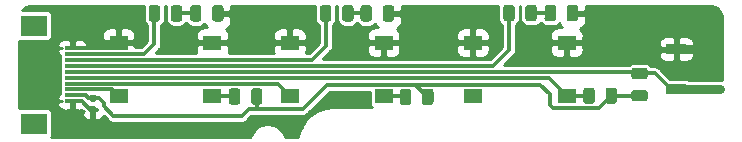
<source format=gbr>
%TF.GenerationSoftware,KiCad,Pcbnew,5.1.8+dfsg1-1~bpo10+1*%
%TF.CreationDate,2021-01-23T23:31:02+00:00*%
%TF.ProjectId,atlas_btn,61746c61-735f-4627-946e-2e6b69636164,rev?*%
%TF.SameCoordinates,Original*%
%TF.FileFunction,Copper,L4,Bot*%
%TF.FilePolarity,Positive*%
%FSLAX46Y46*%
G04 Gerber Fmt 4.6, Leading zero omitted, Abs format (unit mm)*
G04 Created by KiCad (PCBNEW 5.1.8+dfsg1-1~bpo10+1) date 2021-01-23 23:31:02*
%MOMM*%
%LPD*%
G01*
G04 APERTURE LIST*
%TA.AperFunction,SMDPad,CuDef*%
%ADD10R,1.550000X1.300000*%
%TD*%
%TA.AperFunction,SMDPad,CuDef*%
%ADD11R,1.700000X0.900000*%
%TD*%
%TA.AperFunction,SMDPad,CuDef*%
%ADD12R,2.200000X1.800000*%
%TD*%
%TA.AperFunction,SMDPad,CuDef*%
%ADD13R,1.300000X0.300000*%
%TD*%
%TA.AperFunction,Conductor*%
%ADD14C,0.349000*%
%TD*%
%TA.AperFunction,Conductor*%
%ADD15C,0.750000*%
%TD*%
%TA.AperFunction,Conductor*%
%ADD16C,0.254000*%
%TD*%
%TA.AperFunction,Conductor*%
%ADD17C,0.100000*%
%TD*%
G04 APERTURE END LIST*
%TO.P,R40,2*%
%TO.N,/SW_L_EXT*%
%TA.AperFunction,SMDPad,CuDef*%
G36*
G01*
X131770000Y-106623750D02*
X131770000Y-107536250D01*
G75*
G02*
X131526250Y-107780000I-243750J0D01*
G01*
X131038750Y-107780000D01*
G75*
G02*
X130795000Y-107536250I0J243750D01*
G01*
X130795000Y-106623750D01*
G75*
G02*
X131038750Y-106380000I243750J0D01*
G01*
X131526250Y-106380000D01*
G75*
G02*
X131770000Y-106623750I0J-243750D01*
G01*
G37*
%TD.AperFunction*%
%TO.P,R40,1*%
%TO.N,/VCC_3V3_EXT*%
%TA.AperFunction,SMDPad,CuDef*%
G36*
G01*
X133645000Y-106623750D02*
X133645000Y-107536250D01*
G75*
G02*
X133401250Y-107780000I-243750J0D01*
G01*
X132913750Y-107780000D01*
G75*
G02*
X132670000Y-107536250I0J243750D01*
G01*
X132670000Y-106623750D01*
G75*
G02*
X132913750Y-106380000I243750J0D01*
G01*
X133401250Y-106380000D01*
G75*
G02*
X133645000Y-106623750I0J-243750D01*
G01*
G37*
%TD.AperFunction*%
%TD*%
%TO.P,R50,2*%
%TO.N,/SW_PWR_EXT*%
%TA.AperFunction,SMDPad,CuDef*%
G36*
G01*
X166026250Y-105620000D02*
X165113750Y-105620000D01*
G75*
G02*
X164870000Y-105376250I0J243750D01*
G01*
X164870000Y-104888750D01*
G75*
G02*
X165113750Y-104645000I243750J0D01*
G01*
X166026250Y-104645000D01*
G75*
G02*
X166270000Y-104888750I0J-243750D01*
G01*
X166270000Y-105376250D01*
G75*
G02*
X166026250Y-105620000I-243750J0D01*
G01*
G37*
%TD.AperFunction*%
%TO.P,R50,1*%
%TO.N,/VCC_3V3_EXT*%
%TA.AperFunction,SMDPad,CuDef*%
G36*
G01*
X166026250Y-107495000D02*
X165113750Y-107495000D01*
G75*
G02*
X164870000Y-107251250I0J243750D01*
G01*
X164870000Y-106763750D01*
G75*
G02*
X165113750Y-106520000I243750J0D01*
G01*
X166026250Y-106520000D01*
G75*
G02*
X166270000Y-106763750I0J-243750D01*
G01*
X166270000Y-107251250D01*
G75*
G02*
X166026250Y-107495000I-243750J0D01*
G01*
G37*
%TD.AperFunction*%
%TD*%
%TO.P,R48,2*%
%TO.N,/SW_R_EXT*%
%TA.AperFunction,SMDPad,CuDef*%
G36*
G01*
X161795000Y-106563750D02*
X161795000Y-107476250D01*
G75*
G02*
X161551250Y-107720000I-243750J0D01*
G01*
X161063750Y-107720000D01*
G75*
G02*
X160820000Y-107476250I0J243750D01*
G01*
X160820000Y-106563750D01*
G75*
G02*
X161063750Y-106320000I243750J0D01*
G01*
X161551250Y-106320000D01*
G75*
G02*
X161795000Y-106563750I0J-243750D01*
G01*
G37*
%TD.AperFunction*%
%TO.P,R48,1*%
%TO.N,/VCC_3V3_EXT*%
%TA.AperFunction,SMDPad,CuDef*%
G36*
G01*
X163670000Y-106563750D02*
X163670000Y-107476250D01*
G75*
G02*
X163426250Y-107720000I-243750J0D01*
G01*
X162938750Y-107720000D01*
G75*
G02*
X162695000Y-107476250I0J243750D01*
G01*
X162695000Y-106563750D01*
G75*
G02*
X162938750Y-106320000I243750J0D01*
G01*
X163426250Y-106320000D01*
G75*
G02*
X163670000Y-106563750I0J-243750D01*
G01*
G37*
%TD.AperFunction*%
%TD*%
%TO.P,R45,2*%
%TO.N,/SW_0_EXT*%
%TA.AperFunction,SMDPad,CuDef*%
G36*
G01*
X146257500Y-106663750D02*
X146257500Y-107576250D01*
G75*
G02*
X146013750Y-107820000I-243750J0D01*
G01*
X145526250Y-107820000D01*
G75*
G02*
X145282500Y-107576250I0J243750D01*
G01*
X145282500Y-106663750D01*
G75*
G02*
X145526250Y-106420000I243750J0D01*
G01*
X146013750Y-106420000D01*
G75*
G02*
X146257500Y-106663750I0J-243750D01*
G01*
G37*
%TD.AperFunction*%
%TO.P,R45,1*%
%TO.N,/VCC_3V3_EXT*%
%TA.AperFunction,SMDPad,CuDef*%
G36*
G01*
X148132500Y-106663750D02*
X148132500Y-107576250D01*
G75*
G02*
X147888750Y-107820000I-243750J0D01*
G01*
X147401250Y-107820000D01*
G75*
G02*
X147157500Y-107576250I0J243750D01*
G01*
X147157500Y-106663750D01*
G75*
G02*
X147401250Y-106420000I243750J0D01*
G01*
X147888750Y-106420000D01*
G75*
G02*
X148132500Y-106663750I0J-243750D01*
G01*
G37*
%TD.AperFunction*%
%TD*%
%TO.P,R19,2*%
%TO.N,Net-(D10-Pad2)*%
%TA.AperFunction,SMDPad,CuDef*%
G36*
G01*
X155905000Y-100476250D02*
X155905000Y-99563750D01*
G75*
G02*
X156148750Y-99320000I243750J0D01*
G01*
X156636250Y-99320000D01*
G75*
G02*
X156880000Y-99563750I0J-243750D01*
G01*
X156880000Y-100476250D01*
G75*
G02*
X156636250Y-100720000I-243750J0D01*
G01*
X156148750Y-100720000D01*
G75*
G02*
X155905000Y-100476250I0J243750D01*
G01*
G37*
%TD.AperFunction*%
%TO.P,R19,1*%
%TO.N,/STM_STATUS_R_EXT*%
%TA.AperFunction,SMDPad,CuDef*%
G36*
G01*
X154030000Y-100476250D02*
X154030000Y-99563750D01*
G75*
G02*
X154273750Y-99320000I243750J0D01*
G01*
X154761250Y-99320000D01*
G75*
G02*
X155005000Y-99563750I0J-243750D01*
G01*
X155005000Y-100476250D01*
G75*
G02*
X154761250Y-100720000I-243750J0D01*
G01*
X154273750Y-100720000D01*
G75*
G02*
X154030000Y-100476250I0J243750D01*
G01*
G37*
%TD.AperFunction*%
%TD*%
%TO.P,R18,2*%
%TO.N,Net-(D9-Pad2)*%
%TA.AperFunction,SMDPad,CuDef*%
G36*
G01*
X140387500Y-100496250D02*
X140387500Y-99583750D01*
G75*
G02*
X140631250Y-99340000I243750J0D01*
G01*
X141118750Y-99340000D01*
G75*
G02*
X141362500Y-99583750I0J-243750D01*
G01*
X141362500Y-100496250D01*
G75*
G02*
X141118750Y-100740000I-243750J0D01*
G01*
X140631250Y-100740000D01*
G75*
G02*
X140387500Y-100496250I0J243750D01*
G01*
G37*
%TD.AperFunction*%
%TO.P,R18,1*%
%TO.N,/STM_STATUS_0_EXT*%
%TA.AperFunction,SMDPad,CuDef*%
G36*
G01*
X138512500Y-100496250D02*
X138512500Y-99583750D01*
G75*
G02*
X138756250Y-99340000I243750J0D01*
G01*
X139243750Y-99340000D01*
G75*
G02*
X139487500Y-99583750I0J-243750D01*
G01*
X139487500Y-100496250D01*
G75*
G02*
X139243750Y-100740000I-243750J0D01*
G01*
X138756250Y-100740000D01*
G75*
G02*
X138512500Y-100496250I0J243750D01*
G01*
G37*
%TD.AperFunction*%
%TD*%
%TO.P,R11,2*%
%TO.N,Net-(D8-Pad2)*%
%TA.AperFunction,SMDPad,CuDef*%
G36*
G01*
X125885000Y-100496250D02*
X125885000Y-99583750D01*
G75*
G02*
X126128750Y-99340000I243750J0D01*
G01*
X126616250Y-99340000D01*
G75*
G02*
X126860000Y-99583750I0J-243750D01*
G01*
X126860000Y-100496250D01*
G75*
G02*
X126616250Y-100740000I-243750J0D01*
G01*
X126128750Y-100740000D01*
G75*
G02*
X125885000Y-100496250I0J243750D01*
G01*
G37*
%TD.AperFunction*%
%TO.P,R11,1*%
%TO.N,/STM_STATUS_L_EXT*%
%TA.AperFunction,SMDPad,CuDef*%
G36*
G01*
X124010000Y-100496250D02*
X124010000Y-99583750D01*
G75*
G02*
X124253750Y-99340000I243750J0D01*
G01*
X124741250Y-99340000D01*
G75*
G02*
X124985000Y-99583750I0J-243750D01*
G01*
X124985000Y-100496250D01*
G75*
G02*
X124741250Y-100740000I-243750J0D01*
G01*
X124253750Y-100740000D01*
G75*
G02*
X124010000Y-100496250I0J243750D01*
G01*
G37*
%TD.AperFunction*%
%TD*%
D10*
%TO.P,SW2,1*%
%TO.N,/SW_0_EXT*%
X135970000Y-107020000D03*
X143920000Y-107020000D03*
%TO.P,SW2,2*%
%TO.N,GND*%
X135970000Y-102520000D03*
X143920000Y-102520000D03*
%TD*%
D11*
%TO.P,SW5,2*%
%TO.N,GND*%
X168695000Y-103070000D03*
%TO.P,SW5,1*%
%TO.N,/SW_PWR_EXT*%
X168695000Y-106470000D03*
%TD*%
D10*
%TO.P,SW4,2*%
%TO.N,GND*%
X159420000Y-102520000D03*
X151470000Y-102520000D03*
%TO.P,SW4,1*%
%TO.N,/SW_R_EXT*%
X159420000Y-107020000D03*
X151470000Y-107020000D03*
%TD*%
%TO.P,SW1,2*%
%TO.N,GND*%
X129420000Y-102520000D03*
X121470000Y-102520000D03*
%TO.P,SW1,1*%
%TO.N,/SW_L_EXT*%
X129420000Y-107020000D03*
X121470000Y-107020000D03*
%TD*%
D12*
%TO.P,J12,MP*%
%TO.N,N/C*%
X114300000Y-101080000D03*
X114300000Y-109380000D03*
D13*
%TO.P,J12,1*%
%TO.N,GND*%
X117550000Y-107480000D03*
%TO.P,J12,2*%
%TO.N,/VCC_3V3_EXT*%
X117550000Y-106980000D03*
%TO.P,J12,3*%
%TO.N,/SW_L_EXT*%
X117550000Y-106480000D03*
%TO.P,J12,4*%
%TO.N,/SW_0_EXT*%
X117550000Y-105980000D03*
%TO.P,J12,5*%
%TO.N,/SW_R_EXT*%
X117550000Y-105480000D03*
%TO.P,J12,6*%
%TO.N,/SW_PWR_EXT*%
X117550000Y-104980000D03*
%TO.P,J12,7*%
%TO.N,/STM_STATUS_R_EXT*%
X117550000Y-104480000D03*
%TO.P,J12,8*%
%TO.N,/STM_STATUS_0_EXT*%
X117550000Y-103980000D03*
%TO.P,J12,9*%
%TO.N,/STM_STATUS_L_EXT*%
X117550000Y-103480000D03*
%TO.P,J12,10*%
%TO.N,GND*%
X117550000Y-102980000D03*
%TD*%
%TO.P,C17,2*%
%TO.N,/VCC_3V3_EXT*%
%TA.AperFunction,SMDPad,CuDef*%
G36*
G01*
X119472500Y-107510000D02*
X119127500Y-107510000D01*
G75*
G02*
X118980000Y-107362500I0J147500D01*
G01*
X118980000Y-107067500D01*
G75*
G02*
X119127500Y-106920000I147500J0D01*
G01*
X119472500Y-106920000D01*
G75*
G02*
X119620000Y-107067500I0J-147500D01*
G01*
X119620000Y-107362500D01*
G75*
G02*
X119472500Y-107510000I-147500J0D01*
G01*
G37*
%TD.AperFunction*%
%TO.P,C17,1*%
%TO.N,GND*%
%TA.AperFunction,SMDPad,CuDef*%
G36*
G01*
X119472500Y-108480000D02*
X119127500Y-108480000D01*
G75*
G02*
X118980000Y-108332500I0J147500D01*
G01*
X118980000Y-108037500D01*
G75*
G02*
X119127500Y-107890000I147500J0D01*
G01*
X119472500Y-107890000D01*
G75*
G02*
X119620000Y-108037500I0J-147500D01*
G01*
X119620000Y-108332500D01*
G75*
G02*
X119472500Y-108480000I-147500J0D01*
G01*
G37*
%TD.AperFunction*%
%TD*%
%TO.P,D10,2*%
%TO.N,Net-(D10-Pad2)*%
%TA.AperFunction,SMDPad,CuDef*%
G36*
G01*
X158505000Y-99563750D02*
X158505000Y-100476250D01*
G75*
G02*
X158261250Y-100720000I-243750J0D01*
G01*
X157773750Y-100720000D01*
G75*
G02*
X157530000Y-100476250I0J243750D01*
G01*
X157530000Y-99563750D01*
G75*
G02*
X157773750Y-99320000I243750J0D01*
G01*
X158261250Y-99320000D01*
G75*
G02*
X158505000Y-99563750I0J-243750D01*
G01*
G37*
%TD.AperFunction*%
%TO.P,D10,1*%
%TO.N,GND*%
%TA.AperFunction,SMDPad,CuDef*%
G36*
G01*
X160380000Y-99563750D02*
X160380000Y-100476250D01*
G75*
G02*
X160136250Y-100720000I-243750J0D01*
G01*
X159648750Y-100720000D01*
G75*
G02*
X159405000Y-100476250I0J243750D01*
G01*
X159405000Y-99563750D01*
G75*
G02*
X159648750Y-99320000I243750J0D01*
G01*
X160136250Y-99320000D01*
G75*
G02*
X160380000Y-99563750I0J-243750D01*
G01*
G37*
%TD.AperFunction*%
%TD*%
%TO.P,D9,2*%
%TO.N,Net-(D9-Pad2)*%
%TA.AperFunction,SMDPad,CuDef*%
G36*
G01*
X142925000Y-99583750D02*
X142925000Y-100496250D01*
G75*
G02*
X142681250Y-100740000I-243750J0D01*
G01*
X142193750Y-100740000D01*
G75*
G02*
X141950000Y-100496250I0J243750D01*
G01*
X141950000Y-99583750D01*
G75*
G02*
X142193750Y-99340000I243750J0D01*
G01*
X142681250Y-99340000D01*
G75*
G02*
X142925000Y-99583750I0J-243750D01*
G01*
G37*
%TD.AperFunction*%
%TO.P,D9,1*%
%TO.N,GND*%
%TA.AperFunction,SMDPad,CuDef*%
G36*
G01*
X144800000Y-99583750D02*
X144800000Y-100496250D01*
G75*
G02*
X144556250Y-100740000I-243750J0D01*
G01*
X144068750Y-100740000D01*
G75*
G02*
X143825000Y-100496250I0J243750D01*
G01*
X143825000Y-99583750D01*
G75*
G02*
X144068750Y-99340000I243750J0D01*
G01*
X144556250Y-99340000D01*
G75*
G02*
X144800000Y-99583750I0J-243750D01*
G01*
G37*
%TD.AperFunction*%
%TD*%
%TO.P,D8,2*%
%TO.N,Net-(D8-Pad2)*%
%TA.AperFunction,SMDPad,CuDef*%
G36*
G01*
X128485000Y-99583750D02*
X128485000Y-100496250D01*
G75*
G02*
X128241250Y-100740000I-243750J0D01*
G01*
X127753750Y-100740000D01*
G75*
G02*
X127510000Y-100496250I0J243750D01*
G01*
X127510000Y-99583750D01*
G75*
G02*
X127753750Y-99340000I243750J0D01*
G01*
X128241250Y-99340000D01*
G75*
G02*
X128485000Y-99583750I0J-243750D01*
G01*
G37*
%TD.AperFunction*%
%TO.P,D8,1*%
%TO.N,GND*%
%TA.AperFunction,SMDPad,CuDef*%
G36*
G01*
X130360000Y-99583750D02*
X130360000Y-100496250D01*
G75*
G02*
X130116250Y-100740000I-243750J0D01*
G01*
X129628750Y-100740000D01*
G75*
G02*
X129385000Y-100496250I0J243750D01*
G01*
X129385000Y-99583750D01*
G75*
G02*
X129628750Y-99340000I243750J0D01*
G01*
X130116250Y-99340000D01*
G75*
G02*
X130360000Y-99583750I0J-243750D01*
G01*
G37*
%TD.AperFunction*%
%TD*%
D14*
%TO.N,GND*%
X129420000Y-102520000D02*
X135970000Y-102520000D01*
X143920000Y-102520000D02*
X151470000Y-102520000D01*
X121105000Y-102885000D02*
X121470000Y-102520000D01*
X121010000Y-102980000D02*
X121470000Y-102520000D01*
X117150000Y-102980000D02*
X121010000Y-102980000D01*
X117150000Y-107480000D02*
X117870000Y-107480000D01*
D15*
X168720000Y-103070000D02*
X172300000Y-103070000D01*
D14*
X119085000Y-108185000D02*
X119600000Y-108185000D01*
X117550000Y-107480000D02*
X118380000Y-107480000D01*
X118380000Y-107480000D02*
X119085000Y-108185000D01*
%TO.N,/VCC_3V3_EXT*%
X117150000Y-106980000D02*
X118565000Y-106980000D01*
X118915000Y-107215000D02*
X118680000Y-106980000D01*
X119600000Y-107215000D02*
X118915000Y-107215000D01*
X117550000Y-106980000D02*
X118680000Y-106980000D01*
X119300000Y-107215000D02*
X119815000Y-107215000D01*
X119815000Y-107215000D02*
X120200000Y-107600000D01*
X120200000Y-107600000D02*
X120200000Y-107900000D01*
X120200000Y-107900000D02*
X121000000Y-108700000D01*
X121000000Y-108700000D02*
X131900000Y-108700000D01*
X133157500Y-107442500D02*
X133157500Y-107080000D01*
X134800000Y-108100000D02*
X137100000Y-108100000D01*
X146593499Y-106068499D02*
X147645000Y-107120000D01*
X137100000Y-108100000D02*
X139131501Y-106068499D01*
X139131501Y-106068499D02*
X146368499Y-106068499D01*
X146368499Y-106068499D02*
X146593499Y-106068499D01*
X158221510Y-108021510D02*
X162180990Y-108021510D01*
X158000000Y-106900000D02*
X158000000Y-107800000D01*
X162180990Y-108021510D02*
X163182500Y-107020000D01*
X158000000Y-107800000D02*
X158221510Y-108021510D01*
X157168499Y-106068499D02*
X158000000Y-106900000D01*
X146368499Y-106068499D02*
X157168499Y-106068499D01*
X165557500Y-107020000D02*
X165570000Y-107007500D01*
X163182500Y-107020000D02*
X165557500Y-107020000D01*
X132500000Y-108100000D02*
X132300000Y-108300000D01*
X131900000Y-108700000D02*
X132300000Y-108300000D01*
X133157500Y-108057500D02*
X133200000Y-108100000D01*
X133157500Y-107080000D02*
X133157500Y-108057500D01*
X134800000Y-108100000D02*
X133200000Y-108100000D01*
X133200000Y-108100000D02*
X132500000Y-108100000D01*
%TO.N,/STM_STATUS_L_EXT*%
X124497500Y-102632500D02*
X124497500Y-100040000D01*
X117150000Y-103480000D02*
X123650000Y-103480000D01*
X123650000Y-103480000D02*
X124497500Y-102632500D01*
%TO.N,/STM_STATUS_0_EXT*%
X139000000Y-102820000D02*
X139000000Y-100040000D01*
X137840000Y-103980000D02*
X138765000Y-103055000D01*
X117150000Y-103980000D02*
X137840000Y-103980000D01*
X137872488Y-103947512D02*
X138765000Y-103055000D01*
X138765000Y-103055000D02*
X139000000Y-102820000D01*
%TO.N,/STM_STATUS_R_EXT*%
X117150000Y-104480000D02*
X153160000Y-104480000D01*
X154517500Y-103122500D02*
X154517500Y-100020000D01*
X153160000Y-104480000D02*
X154517500Y-103122500D01*
%TO.N,/SW_L_EXT*%
X131222500Y-107020000D02*
X131282500Y-107080000D01*
X129420000Y-107020000D02*
X131222500Y-107020000D01*
X120930000Y-106480000D02*
X121470000Y-107020000D01*
X117150000Y-106480000D02*
X120930000Y-106480000D01*
%TO.N,/SW_0_EXT*%
X134930000Y-105980000D02*
X135970000Y-107020000D01*
X117150000Y-105980000D02*
X134930000Y-105980000D01*
X145670000Y-107020000D02*
X145770000Y-107120000D01*
X143920000Y-107020000D02*
X145670000Y-107020000D01*
%TO.N,/SW_R_EXT*%
X159420000Y-107020000D02*
X161307500Y-107020000D01*
X157880000Y-105480000D02*
X159420000Y-107020000D01*
X149680000Y-105480000D02*
X157880000Y-105480000D01*
X117150000Y-105480000D02*
X149680000Y-105480000D01*
X149680000Y-105480000D02*
X149930000Y-105480000D01*
%TO.N,/SW_PWR_EXT*%
X165417500Y-104980000D02*
X165570000Y-105132500D01*
X117150000Y-104980000D02*
X165417500Y-104980000D01*
X165570000Y-105132500D02*
X166862500Y-105132500D01*
X168200000Y-106470000D02*
X168695000Y-106470000D01*
X166862500Y-105132500D02*
X168200000Y-106470000D01*
D15*
X168700000Y-106470000D02*
X172370000Y-106470000D01*
D14*
%TO.N,Net-(D8-Pad2)*%
X126372500Y-100040000D02*
X127997500Y-100040000D01*
%TO.N,Net-(D9-Pad2)*%
X140875000Y-100040000D02*
X142437500Y-100040000D01*
%TO.N,Net-(D10-Pad2)*%
X156392500Y-100020000D02*
X158017500Y-100020000D01*
%TD*%
D16*
%TO.N,GND*%
X123593862Y-99452490D02*
X123580934Y-99583750D01*
X123580934Y-100496250D01*
X123593862Y-100627510D01*
X123632149Y-100753726D01*
X123694324Y-100870047D01*
X123777997Y-100972003D01*
X123879953Y-101055676D01*
X123896001Y-101064254D01*
X123896000Y-102383350D01*
X123400851Y-102878500D01*
X122880614Y-102878500D01*
X122880000Y-102805750D01*
X122721250Y-102647000D01*
X121597000Y-102647000D01*
X121597000Y-102667000D01*
X121343000Y-102667000D01*
X121343000Y-102647000D01*
X120218750Y-102647000D01*
X120060000Y-102805750D01*
X120059386Y-102878500D01*
X118835000Y-102878500D01*
X118835000Y-102852998D01*
X118780252Y-102852998D01*
X118835000Y-102798250D01*
X118823685Y-102695268D01*
X118785416Y-102576182D01*
X118724650Y-102466850D01*
X118643722Y-102371474D01*
X118545742Y-102293718D01*
X118434475Y-102236572D01*
X118314198Y-102202230D01*
X118189532Y-102192014D01*
X117835750Y-102195000D01*
X117677000Y-102353750D01*
X117677000Y-102878500D01*
X117423000Y-102878500D01*
X117423000Y-102353750D01*
X117264250Y-102195000D01*
X116910468Y-102192014D01*
X116785802Y-102202230D01*
X116665525Y-102236572D01*
X116554258Y-102293718D01*
X116456278Y-102371474D01*
X116375350Y-102466850D01*
X116314584Y-102576182D01*
X116276315Y-102695268D01*
X116265000Y-102798250D01*
X116423750Y-102957000D01*
X116692016Y-102957000D01*
X116661624Y-102973245D01*
X116625368Y-103003000D01*
X116423750Y-103003000D01*
X116265000Y-103161750D01*
X116276315Y-103264732D01*
X116314584Y-103383818D01*
X116375350Y-103493150D01*
X116456278Y-103588526D01*
X116470934Y-103600157D01*
X116470934Y-103630000D01*
X116479178Y-103713707D01*
X116484121Y-103730000D01*
X116479178Y-103746293D01*
X116470934Y-103830000D01*
X116470934Y-104130000D01*
X116479178Y-104213707D01*
X116484121Y-104230000D01*
X116479178Y-104246293D01*
X116470934Y-104330000D01*
X116470934Y-104630000D01*
X116479178Y-104713707D01*
X116484121Y-104730000D01*
X116479178Y-104746293D01*
X116470934Y-104830000D01*
X116470934Y-105130000D01*
X116479178Y-105213707D01*
X116484121Y-105230000D01*
X116479178Y-105246293D01*
X116470934Y-105330000D01*
X116470934Y-105630000D01*
X116479178Y-105713707D01*
X116484121Y-105730000D01*
X116479178Y-105746293D01*
X116470934Y-105830000D01*
X116470934Y-106130000D01*
X116479178Y-106213707D01*
X116484121Y-106230000D01*
X116479178Y-106246293D01*
X116470934Y-106330000D01*
X116470934Y-106630000D01*
X116479178Y-106713707D01*
X116484121Y-106730000D01*
X116479178Y-106746293D01*
X116470934Y-106830000D01*
X116470934Y-106859843D01*
X116456278Y-106871474D01*
X116375350Y-106966850D01*
X116314584Y-107076182D01*
X116276315Y-107195268D01*
X116265000Y-107298250D01*
X116423750Y-107457000D01*
X116625368Y-107457000D01*
X116661624Y-107486755D01*
X116692016Y-107503000D01*
X116423750Y-107503000D01*
X116265000Y-107661750D01*
X116276315Y-107764732D01*
X116314584Y-107883818D01*
X116375350Y-107993150D01*
X116456278Y-108088526D01*
X116554258Y-108166282D01*
X116665525Y-108223428D01*
X116785802Y-108257770D01*
X116910468Y-108267986D01*
X117264250Y-108265000D01*
X117423000Y-108106250D01*
X117423000Y-107581500D01*
X117677000Y-107581500D01*
X117677000Y-108106250D01*
X117835750Y-108265000D01*
X118189532Y-108267986D01*
X118314198Y-108257770D01*
X118345000Y-108248975D01*
X118345000Y-108312002D01*
X118503748Y-108312002D01*
X118345000Y-108470750D01*
X118341928Y-108480000D01*
X118354188Y-108604482D01*
X118390498Y-108724180D01*
X118449463Y-108834494D01*
X118528815Y-108931185D01*
X118625506Y-109010537D01*
X118735820Y-109069502D01*
X118855518Y-109105812D01*
X118980000Y-109118072D01*
X119014250Y-109115000D01*
X119173000Y-108956250D01*
X119173000Y-108312000D01*
X119153000Y-108312000D01*
X119153000Y-108058000D01*
X119173000Y-108058000D01*
X119173000Y-108038000D01*
X119427000Y-108038000D01*
X119427000Y-108058000D01*
X119447000Y-108058000D01*
X119447000Y-108312000D01*
X119427000Y-108312000D01*
X119427000Y-108956250D01*
X119585750Y-109115000D01*
X119620000Y-109118072D01*
X119744482Y-109105812D01*
X119864180Y-109069502D01*
X119974494Y-109010537D01*
X120071185Y-108931185D01*
X120150537Y-108834494D01*
X120196972Y-108747622D01*
X120553788Y-109104438D01*
X120572618Y-109127382D01*
X120595562Y-109146212D01*
X120595566Y-109146216D01*
X120613465Y-109160905D01*
X120664208Y-109202549D01*
X120768702Y-109258402D01*
X120882085Y-109292796D01*
X120970455Y-109301500D01*
X120970463Y-109301500D01*
X121000000Y-109304409D01*
X121029537Y-109301500D01*
X131870463Y-109301500D01*
X131900000Y-109304409D01*
X131929537Y-109301500D01*
X131929545Y-109301500D01*
X132017915Y-109292796D01*
X132131298Y-109258402D01*
X132235792Y-109202549D01*
X132327382Y-109127382D01*
X132346217Y-109104432D01*
X132704428Y-108746220D01*
X132704433Y-108746216D01*
X132749149Y-108701500D01*
X133170462Y-108701500D01*
X133199999Y-108704409D01*
X133229536Y-108701500D01*
X137070463Y-108701500D01*
X137100000Y-108704409D01*
X137129537Y-108701500D01*
X137129545Y-108701500D01*
X137217915Y-108692796D01*
X137331298Y-108658402D01*
X137435792Y-108602549D01*
X137527382Y-108527382D01*
X137546216Y-108504433D01*
X139380651Y-106669999D01*
X142715934Y-106669999D01*
X142715934Y-107670000D01*
X142724178Y-107753707D01*
X142748595Y-107834196D01*
X142788245Y-107908376D01*
X142841605Y-107973395D01*
X142883294Y-108007609D01*
X139646822Y-108007625D01*
X139580417Y-108007192D01*
X139558511Y-108009196D01*
X139536505Y-108009042D01*
X139530224Y-108009658D01*
X139042871Y-108060881D01*
X139002740Y-108069119D01*
X138962500Y-108076795D01*
X138956458Y-108078619D01*
X138488335Y-108223527D01*
X138450553Y-108239409D01*
X138412585Y-108254749D01*
X138407022Y-108257707D01*
X138407013Y-108257711D01*
X138407006Y-108257716D01*
X137975952Y-108490786D01*
X137942006Y-108513683D01*
X137907708Y-108536127D01*
X137902825Y-108540110D01*
X137902818Y-108540115D01*
X137902812Y-108540121D01*
X137525238Y-108852477D01*
X137496371Y-108881547D01*
X137467102Y-108910209D01*
X137463079Y-108915072D01*
X137153361Y-109294824D01*
X137130692Y-109328943D01*
X137107545Y-109362748D01*
X137104548Y-109368292D01*
X137104543Y-109368300D01*
X137104540Y-109368308D01*
X136874485Y-109800976D01*
X136858865Y-109838872D01*
X136842735Y-109876507D01*
X136840872Y-109882525D01*
X136840868Y-109882535D01*
X136840866Y-109882545D01*
X136699232Y-110351658D01*
X136691279Y-110391823D01*
X136682757Y-110431917D01*
X136682097Y-110438194D01*
X136674272Y-110518000D01*
X135560589Y-110518000D01*
X135448210Y-110246694D01*
X135281099Y-109996594D01*
X135068406Y-109783901D01*
X134818306Y-109616790D01*
X134540410Y-109501681D01*
X134245396Y-109443000D01*
X133944604Y-109443000D01*
X133649590Y-109501681D01*
X133371694Y-109616790D01*
X133121594Y-109783901D01*
X132908901Y-109996594D01*
X132741790Y-110246694D01*
X132629411Y-110518000D01*
X115756956Y-110518000D01*
X115796405Y-110444196D01*
X115820822Y-110363707D01*
X115829066Y-110280000D01*
X115829066Y-108480000D01*
X115820822Y-108396293D01*
X115796405Y-108315804D01*
X115756755Y-108241624D01*
X115703395Y-108176605D01*
X115638376Y-108123245D01*
X115564196Y-108083595D01*
X115483707Y-108059178D01*
X115400000Y-108050934D01*
X113200000Y-108050934D01*
X113116293Y-108059178D01*
X113052000Y-108078682D01*
X113052000Y-102381318D01*
X113116293Y-102400822D01*
X113200000Y-102409066D01*
X115400000Y-102409066D01*
X115483707Y-102400822D01*
X115564196Y-102376405D01*
X115638376Y-102336755D01*
X115703395Y-102283395D01*
X115756755Y-102218376D01*
X115796405Y-102144196D01*
X115820822Y-102063707D01*
X115829066Y-101980000D01*
X115829066Y-101870000D01*
X120056928Y-101870000D01*
X120060000Y-102234250D01*
X120218750Y-102393000D01*
X121343000Y-102393000D01*
X121343000Y-101393750D01*
X121597000Y-101393750D01*
X121597000Y-102393000D01*
X122721250Y-102393000D01*
X122880000Y-102234250D01*
X122883072Y-101870000D01*
X122870812Y-101745518D01*
X122834502Y-101625820D01*
X122775537Y-101515506D01*
X122696185Y-101418815D01*
X122599494Y-101339463D01*
X122489180Y-101280498D01*
X122369482Y-101244188D01*
X122245000Y-101231928D01*
X121755750Y-101235000D01*
X121597000Y-101393750D01*
X121343000Y-101393750D01*
X121184250Y-101235000D01*
X120695000Y-101231928D01*
X120570518Y-101244188D01*
X120450820Y-101280498D01*
X120340506Y-101339463D01*
X120243815Y-101418815D01*
X120164463Y-101515506D01*
X120105498Y-101625820D01*
X120069188Y-101745518D01*
X120056928Y-101870000D01*
X115829066Y-101870000D01*
X115829066Y-100180000D01*
X115820822Y-100096293D01*
X115796405Y-100015804D01*
X115756755Y-99941624D01*
X115703395Y-99876605D01*
X115638376Y-99823245D01*
X115564196Y-99783595D01*
X115483707Y-99759178D01*
X115400000Y-99750934D01*
X113314116Y-99750934D01*
X113341933Y-99716827D01*
X113490935Y-99593562D01*
X113661035Y-99501589D01*
X113845765Y-99444405D01*
X114058936Y-99422000D01*
X123603111Y-99422000D01*
X123593862Y-99452490D01*
%TA.AperFunction,Conductor*%
D17*
G36*
X123593862Y-99452490D02*
G01*
X123580934Y-99583750D01*
X123580934Y-100496250D01*
X123593862Y-100627510D01*
X123632149Y-100753726D01*
X123694324Y-100870047D01*
X123777997Y-100972003D01*
X123879953Y-101055676D01*
X123896001Y-101064254D01*
X123896000Y-102383350D01*
X123400851Y-102878500D01*
X122880614Y-102878500D01*
X122880000Y-102805750D01*
X122721250Y-102647000D01*
X121597000Y-102647000D01*
X121597000Y-102667000D01*
X121343000Y-102667000D01*
X121343000Y-102647000D01*
X120218750Y-102647000D01*
X120060000Y-102805750D01*
X120059386Y-102878500D01*
X118835000Y-102878500D01*
X118835000Y-102852998D01*
X118780252Y-102852998D01*
X118835000Y-102798250D01*
X118823685Y-102695268D01*
X118785416Y-102576182D01*
X118724650Y-102466850D01*
X118643722Y-102371474D01*
X118545742Y-102293718D01*
X118434475Y-102236572D01*
X118314198Y-102202230D01*
X118189532Y-102192014D01*
X117835750Y-102195000D01*
X117677000Y-102353750D01*
X117677000Y-102878500D01*
X117423000Y-102878500D01*
X117423000Y-102353750D01*
X117264250Y-102195000D01*
X116910468Y-102192014D01*
X116785802Y-102202230D01*
X116665525Y-102236572D01*
X116554258Y-102293718D01*
X116456278Y-102371474D01*
X116375350Y-102466850D01*
X116314584Y-102576182D01*
X116276315Y-102695268D01*
X116265000Y-102798250D01*
X116423750Y-102957000D01*
X116692016Y-102957000D01*
X116661624Y-102973245D01*
X116625368Y-103003000D01*
X116423750Y-103003000D01*
X116265000Y-103161750D01*
X116276315Y-103264732D01*
X116314584Y-103383818D01*
X116375350Y-103493150D01*
X116456278Y-103588526D01*
X116470934Y-103600157D01*
X116470934Y-103630000D01*
X116479178Y-103713707D01*
X116484121Y-103730000D01*
X116479178Y-103746293D01*
X116470934Y-103830000D01*
X116470934Y-104130000D01*
X116479178Y-104213707D01*
X116484121Y-104230000D01*
X116479178Y-104246293D01*
X116470934Y-104330000D01*
X116470934Y-104630000D01*
X116479178Y-104713707D01*
X116484121Y-104730000D01*
X116479178Y-104746293D01*
X116470934Y-104830000D01*
X116470934Y-105130000D01*
X116479178Y-105213707D01*
X116484121Y-105230000D01*
X116479178Y-105246293D01*
X116470934Y-105330000D01*
X116470934Y-105630000D01*
X116479178Y-105713707D01*
X116484121Y-105730000D01*
X116479178Y-105746293D01*
X116470934Y-105830000D01*
X116470934Y-106130000D01*
X116479178Y-106213707D01*
X116484121Y-106230000D01*
X116479178Y-106246293D01*
X116470934Y-106330000D01*
X116470934Y-106630000D01*
X116479178Y-106713707D01*
X116484121Y-106730000D01*
X116479178Y-106746293D01*
X116470934Y-106830000D01*
X116470934Y-106859843D01*
X116456278Y-106871474D01*
X116375350Y-106966850D01*
X116314584Y-107076182D01*
X116276315Y-107195268D01*
X116265000Y-107298250D01*
X116423750Y-107457000D01*
X116625368Y-107457000D01*
X116661624Y-107486755D01*
X116692016Y-107503000D01*
X116423750Y-107503000D01*
X116265000Y-107661750D01*
X116276315Y-107764732D01*
X116314584Y-107883818D01*
X116375350Y-107993150D01*
X116456278Y-108088526D01*
X116554258Y-108166282D01*
X116665525Y-108223428D01*
X116785802Y-108257770D01*
X116910468Y-108267986D01*
X117264250Y-108265000D01*
X117423000Y-108106250D01*
X117423000Y-107581500D01*
X117677000Y-107581500D01*
X117677000Y-108106250D01*
X117835750Y-108265000D01*
X118189532Y-108267986D01*
X118314198Y-108257770D01*
X118345000Y-108248975D01*
X118345000Y-108312002D01*
X118503748Y-108312002D01*
X118345000Y-108470750D01*
X118341928Y-108480000D01*
X118354188Y-108604482D01*
X118390498Y-108724180D01*
X118449463Y-108834494D01*
X118528815Y-108931185D01*
X118625506Y-109010537D01*
X118735820Y-109069502D01*
X118855518Y-109105812D01*
X118980000Y-109118072D01*
X119014250Y-109115000D01*
X119173000Y-108956250D01*
X119173000Y-108312000D01*
X119153000Y-108312000D01*
X119153000Y-108058000D01*
X119173000Y-108058000D01*
X119173000Y-108038000D01*
X119427000Y-108038000D01*
X119427000Y-108058000D01*
X119447000Y-108058000D01*
X119447000Y-108312000D01*
X119427000Y-108312000D01*
X119427000Y-108956250D01*
X119585750Y-109115000D01*
X119620000Y-109118072D01*
X119744482Y-109105812D01*
X119864180Y-109069502D01*
X119974494Y-109010537D01*
X120071185Y-108931185D01*
X120150537Y-108834494D01*
X120196972Y-108747622D01*
X120553788Y-109104438D01*
X120572618Y-109127382D01*
X120595562Y-109146212D01*
X120595566Y-109146216D01*
X120613465Y-109160905D01*
X120664208Y-109202549D01*
X120768702Y-109258402D01*
X120882085Y-109292796D01*
X120970455Y-109301500D01*
X120970463Y-109301500D01*
X121000000Y-109304409D01*
X121029537Y-109301500D01*
X131870463Y-109301500D01*
X131900000Y-109304409D01*
X131929537Y-109301500D01*
X131929545Y-109301500D01*
X132017915Y-109292796D01*
X132131298Y-109258402D01*
X132235792Y-109202549D01*
X132327382Y-109127382D01*
X132346217Y-109104432D01*
X132704428Y-108746220D01*
X132704433Y-108746216D01*
X132749149Y-108701500D01*
X133170462Y-108701500D01*
X133199999Y-108704409D01*
X133229536Y-108701500D01*
X137070463Y-108701500D01*
X137100000Y-108704409D01*
X137129537Y-108701500D01*
X137129545Y-108701500D01*
X137217915Y-108692796D01*
X137331298Y-108658402D01*
X137435792Y-108602549D01*
X137527382Y-108527382D01*
X137546216Y-108504433D01*
X139380651Y-106669999D01*
X142715934Y-106669999D01*
X142715934Y-107670000D01*
X142724178Y-107753707D01*
X142748595Y-107834196D01*
X142788245Y-107908376D01*
X142841605Y-107973395D01*
X142883294Y-108007609D01*
X139646822Y-108007625D01*
X139580417Y-108007192D01*
X139558511Y-108009196D01*
X139536505Y-108009042D01*
X139530224Y-108009658D01*
X139042871Y-108060881D01*
X139002740Y-108069119D01*
X138962500Y-108076795D01*
X138956458Y-108078619D01*
X138488335Y-108223527D01*
X138450553Y-108239409D01*
X138412585Y-108254749D01*
X138407022Y-108257707D01*
X138407013Y-108257711D01*
X138407006Y-108257716D01*
X137975952Y-108490786D01*
X137942006Y-108513683D01*
X137907708Y-108536127D01*
X137902825Y-108540110D01*
X137902818Y-108540115D01*
X137902812Y-108540121D01*
X137525238Y-108852477D01*
X137496371Y-108881547D01*
X137467102Y-108910209D01*
X137463079Y-108915072D01*
X137153361Y-109294824D01*
X137130692Y-109328943D01*
X137107545Y-109362748D01*
X137104548Y-109368292D01*
X137104543Y-109368300D01*
X137104540Y-109368308D01*
X136874485Y-109800976D01*
X136858865Y-109838872D01*
X136842735Y-109876507D01*
X136840872Y-109882525D01*
X136840868Y-109882535D01*
X136840866Y-109882545D01*
X136699232Y-110351658D01*
X136691279Y-110391823D01*
X136682757Y-110431917D01*
X136682097Y-110438194D01*
X136674272Y-110518000D01*
X135560589Y-110518000D01*
X135448210Y-110246694D01*
X135281099Y-109996594D01*
X135068406Y-109783901D01*
X134818306Y-109616790D01*
X134540410Y-109501681D01*
X134245396Y-109443000D01*
X133944604Y-109443000D01*
X133649590Y-109501681D01*
X133371694Y-109616790D01*
X133121594Y-109783901D01*
X132908901Y-109996594D01*
X132741790Y-110246694D01*
X132629411Y-110518000D01*
X115756956Y-110518000D01*
X115796405Y-110444196D01*
X115820822Y-110363707D01*
X115829066Y-110280000D01*
X115829066Y-108480000D01*
X115820822Y-108396293D01*
X115796405Y-108315804D01*
X115756755Y-108241624D01*
X115703395Y-108176605D01*
X115638376Y-108123245D01*
X115564196Y-108083595D01*
X115483707Y-108059178D01*
X115400000Y-108050934D01*
X113200000Y-108050934D01*
X113116293Y-108059178D01*
X113052000Y-108078682D01*
X113052000Y-102381318D01*
X113116293Y-102400822D01*
X113200000Y-102409066D01*
X115400000Y-102409066D01*
X115483707Y-102400822D01*
X115564196Y-102376405D01*
X115638376Y-102336755D01*
X115703395Y-102283395D01*
X115756755Y-102218376D01*
X115796405Y-102144196D01*
X115820822Y-102063707D01*
X115829066Y-101980000D01*
X115829066Y-101870000D01*
X120056928Y-101870000D01*
X120060000Y-102234250D01*
X120218750Y-102393000D01*
X121343000Y-102393000D01*
X121343000Y-101393750D01*
X121597000Y-101393750D01*
X121597000Y-102393000D01*
X122721250Y-102393000D01*
X122880000Y-102234250D01*
X122883072Y-101870000D01*
X122870812Y-101745518D01*
X122834502Y-101625820D01*
X122775537Y-101515506D01*
X122696185Y-101418815D01*
X122599494Y-101339463D01*
X122489180Y-101280498D01*
X122369482Y-101244188D01*
X122245000Y-101231928D01*
X121755750Y-101235000D01*
X121597000Y-101393750D01*
X121343000Y-101393750D01*
X121184250Y-101235000D01*
X120695000Y-101231928D01*
X120570518Y-101244188D01*
X120450820Y-101280498D01*
X120340506Y-101339463D01*
X120243815Y-101418815D01*
X120164463Y-101515506D01*
X120105498Y-101625820D01*
X120069188Y-101745518D01*
X120056928Y-101870000D01*
X115829066Y-101870000D01*
X115829066Y-100180000D01*
X115820822Y-100096293D01*
X115796405Y-100015804D01*
X115756755Y-99941624D01*
X115703395Y-99876605D01*
X115638376Y-99823245D01*
X115564196Y-99783595D01*
X115483707Y-99759178D01*
X115400000Y-99750934D01*
X113314116Y-99750934D01*
X113341933Y-99716827D01*
X113490935Y-99593562D01*
X113661035Y-99501589D01*
X113845765Y-99444405D01*
X114058936Y-99422000D01*
X123603111Y-99422000D01*
X123593862Y-99452490D01*
G37*
%TD.AperFunction*%
D16*
X155488862Y-99432490D02*
X155475934Y-99563750D01*
X155475934Y-100476250D01*
X155488862Y-100607510D01*
X155527149Y-100733726D01*
X155589324Y-100850047D01*
X155672997Y-100952003D01*
X155774953Y-101035676D01*
X155891274Y-101097851D01*
X156017490Y-101136138D01*
X156148750Y-101149066D01*
X156636250Y-101149066D01*
X156767510Y-101136138D01*
X156893726Y-101097851D01*
X157010047Y-101035676D01*
X157112003Y-100952003D01*
X157195676Y-100850047D01*
X157205000Y-100832603D01*
X157214324Y-100850047D01*
X157297997Y-100952003D01*
X157399953Y-101035676D01*
X157516274Y-101097851D01*
X157642490Y-101136138D01*
X157773750Y-101149066D01*
X158261250Y-101149066D01*
X158392510Y-101136138D01*
X158518726Y-101097851D01*
X158635047Y-101035676D01*
X158737003Y-100952003D01*
X158791617Y-100885455D01*
X158815498Y-100964180D01*
X158874463Y-101074494D01*
X158953815Y-101171185D01*
X159030782Y-101234350D01*
X158645000Y-101231928D01*
X158520518Y-101244188D01*
X158400820Y-101280498D01*
X158290506Y-101339463D01*
X158193815Y-101418815D01*
X158114463Y-101515506D01*
X158055498Y-101625820D01*
X158019188Y-101745518D01*
X158006928Y-101870000D01*
X158010000Y-102234250D01*
X158168750Y-102393000D01*
X159293000Y-102393000D01*
X159293000Y-102373000D01*
X159547000Y-102373000D01*
X159547000Y-102393000D01*
X160671250Y-102393000D01*
X160830000Y-102234250D01*
X160833072Y-101870000D01*
X160820812Y-101745518D01*
X160784502Y-101625820D01*
X160725537Y-101515506D01*
X160646185Y-101418815D01*
X160549494Y-101339463D01*
X160540775Y-101334803D01*
X160624180Y-101309502D01*
X160734494Y-101250537D01*
X160831185Y-101171185D01*
X160910537Y-101074494D01*
X160969502Y-100964180D01*
X161005812Y-100844482D01*
X161018072Y-100720000D01*
X161015000Y-100305750D01*
X160856250Y-100147000D01*
X160019500Y-100147000D01*
X160019500Y-100167000D01*
X159765500Y-100167000D01*
X159765500Y-100147000D01*
X159745500Y-100147000D01*
X159745500Y-99893000D01*
X159765500Y-99893000D01*
X159765500Y-99873000D01*
X160019500Y-99873000D01*
X160019500Y-99893000D01*
X160856250Y-99893000D01*
X161015000Y-99734250D01*
X161017316Y-99422000D01*
X171522892Y-99422000D01*
X171748139Y-99444085D01*
X171943537Y-99503080D01*
X172123753Y-99598903D01*
X172281930Y-99727908D01*
X172412034Y-99885178D01*
X172509115Y-100064725D01*
X172569472Y-100259706D01*
X172593000Y-100483568D01*
X172593000Y-105699559D01*
X172527219Y-105679605D01*
X172409394Y-105668000D01*
X169789170Y-105668000D01*
X169783376Y-105663245D01*
X169709196Y-105623595D01*
X169628707Y-105599178D01*
X169545000Y-105590934D01*
X168171584Y-105590934D01*
X167308716Y-104728067D01*
X167289882Y-104705118D01*
X167198292Y-104629951D01*
X167093798Y-104574098D01*
X166980415Y-104539704D01*
X166892045Y-104531000D01*
X166892037Y-104531000D01*
X166862500Y-104528091D01*
X166832963Y-104531000D01*
X166594253Y-104531000D01*
X166585676Y-104514953D01*
X166502003Y-104412997D01*
X166400047Y-104329324D01*
X166283726Y-104267149D01*
X166157510Y-104228862D01*
X166026250Y-104215934D01*
X165113750Y-104215934D01*
X164982490Y-104228862D01*
X164856274Y-104267149D01*
X164739953Y-104329324D01*
X164680032Y-104378500D01*
X154112149Y-104378500D01*
X154921939Y-103568710D01*
X154944882Y-103549882D01*
X154963712Y-103526938D01*
X154963716Y-103526934D01*
X154991441Y-103493150D01*
X155020049Y-103458292D01*
X155075902Y-103353798D01*
X155110296Y-103240415D01*
X155117231Y-103170000D01*
X158006928Y-103170000D01*
X158019188Y-103294482D01*
X158055498Y-103414180D01*
X158114463Y-103524494D01*
X158193815Y-103621185D01*
X158290506Y-103700537D01*
X158400820Y-103759502D01*
X158520518Y-103795812D01*
X158645000Y-103808072D01*
X159134250Y-103805000D01*
X159293000Y-103646250D01*
X159293000Y-102647000D01*
X159547000Y-102647000D01*
X159547000Y-103646250D01*
X159705750Y-103805000D01*
X160195000Y-103808072D01*
X160319482Y-103795812D01*
X160439180Y-103759502D01*
X160549494Y-103700537D01*
X160646185Y-103621185D01*
X160725537Y-103524494D01*
X160727939Y-103520000D01*
X167206928Y-103520000D01*
X167219188Y-103644482D01*
X167255498Y-103764180D01*
X167314463Y-103874494D01*
X167393815Y-103971185D01*
X167490506Y-104050537D01*
X167600820Y-104109502D01*
X167720518Y-104145812D01*
X167845000Y-104158072D01*
X168409250Y-104155000D01*
X168568000Y-103996250D01*
X168568000Y-103197000D01*
X168822000Y-103197000D01*
X168822000Y-103996250D01*
X168980750Y-104155000D01*
X169545000Y-104158072D01*
X169669482Y-104145812D01*
X169789180Y-104109502D01*
X169899494Y-104050537D01*
X169996185Y-103971185D01*
X170075537Y-103874494D01*
X170134502Y-103764180D01*
X170170812Y-103644482D01*
X170183072Y-103520000D01*
X170180000Y-103355750D01*
X170021250Y-103197000D01*
X168822000Y-103197000D01*
X168568000Y-103197000D01*
X167368750Y-103197000D01*
X167210000Y-103355750D01*
X167206928Y-103520000D01*
X160727939Y-103520000D01*
X160784502Y-103414180D01*
X160820812Y-103294482D01*
X160833072Y-103170000D01*
X160830000Y-102805750D01*
X160671250Y-102647000D01*
X159547000Y-102647000D01*
X159293000Y-102647000D01*
X158168750Y-102647000D01*
X158010000Y-102805750D01*
X158006928Y-103170000D01*
X155117231Y-103170000D01*
X155119000Y-103152045D01*
X155119000Y-103152037D01*
X155121909Y-103122500D01*
X155119000Y-103092963D01*
X155119000Y-102620000D01*
X167206928Y-102620000D01*
X167210000Y-102784250D01*
X167368750Y-102943000D01*
X168568000Y-102943000D01*
X168568000Y-102143750D01*
X168822000Y-102143750D01*
X168822000Y-102943000D01*
X170021250Y-102943000D01*
X170180000Y-102784250D01*
X170183072Y-102620000D01*
X170170812Y-102495518D01*
X170134502Y-102375820D01*
X170075537Y-102265506D01*
X169996185Y-102168815D01*
X169899494Y-102089463D01*
X169789180Y-102030498D01*
X169669482Y-101994188D01*
X169545000Y-101981928D01*
X168980750Y-101985000D01*
X168822000Y-102143750D01*
X168568000Y-102143750D01*
X168409250Y-101985000D01*
X167845000Y-101981928D01*
X167720518Y-101994188D01*
X167600820Y-102030498D01*
X167490506Y-102089463D01*
X167393815Y-102168815D01*
X167314463Y-102265506D01*
X167255498Y-102375820D01*
X167219188Y-102495518D01*
X167206928Y-102620000D01*
X155119000Y-102620000D01*
X155119000Y-101044253D01*
X155135047Y-101035676D01*
X155237003Y-100952003D01*
X155320676Y-100850047D01*
X155382851Y-100733726D01*
X155421138Y-100607510D01*
X155434066Y-100476250D01*
X155434066Y-99563750D01*
X155421138Y-99432490D01*
X155417956Y-99422000D01*
X155492044Y-99422000D01*
X155488862Y-99432490D01*
%TA.AperFunction,Conductor*%
D17*
G36*
X155488862Y-99432490D02*
G01*
X155475934Y-99563750D01*
X155475934Y-100476250D01*
X155488862Y-100607510D01*
X155527149Y-100733726D01*
X155589324Y-100850047D01*
X155672997Y-100952003D01*
X155774953Y-101035676D01*
X155891274Y-101097851D01*
X156017490Y-101136138D01*
X156148750Y-101149066D01*
X156636250Y-101149066D01*
X156767510Y-101136138D01*
X156893726Y-101097851D01*
X157010047Y-101035676D01*
X157112003Y-100952003D01*
X157195676Y-100850047D01*
X157205000Y-100832603D01*
X157214324Y-100850047D01*
X157297997Y-100952003D01*
X157399953Y-101035676D01*
X157516274Y-101097851D01*
X157642490Y-101136138D01*
X157773750Y-101149066D01*
X158261250Y-101149066D01*
X158392510Y-101136138D01*
X158518726Y-101097851D01*
X158635047Y-101035676D01*
X158737003Y-100952003D01*
X158791617Y-100885455D01*
X158815498Y-100964180D01*
X158874463Y-101074494D01*
X158953815Y-101171185D01*
X159030782Y-101234350D01*
X158645000Y-101231928D01*
X158520518Y-101244188D01*
X158400820Y-101280498D01*
X158290506Y-101339463D01*
X158193815Y-101418815D01*
X158114463Y-101515506D01*
X158055498Y-101625820D01*
X158019188Y-101745518D01*
X158006928Y-101870000D01*
X158010000Y-102234250D01*
X158168750Y-102393000D01*
X159293000Y-102393000D01*
X159293000Y-102373000D01*
X159547000Y-102373000D01*
X159547000Y-102393000D01*
X160671250Y-102393000D01*
X160830000Y-102234250D01*
X160833072Y-101870000D01*
X160820812Y-101745518D01*
X160784502Y-101625820D01*
X160725537Y-101515506D01*
X160646185Y-101418815D01*
X160549494Y-101339463D01*
X160540775Y-101334803D01*
X160624180Y-101309502D01*
X160734494Y-101250537D01*
X160831185Y-101171185D01*
X160910537Y-101074494D01*
X160969502Y-100964180D01*
X161005812Y-100844482D01*
X161018072Y-100720000D01*
X161015000Y-100305750D01*
X160856250Y-100147000D01*
X160019500Y-100147000D01*
X160019500Y-100167000D01*
X159765500Y-100167000D01*
X159765500Y-100147000D01*
X159745500Y-100147000D01*
X159745500Y-99893000D01*
X159765500Y-99893000D01*
X159765500Y-99873000D01*
X160019500Y-99873000D01*
X160019500Y-99893000D01*
X160856250Y-99893000D01*
X161015000Y-99734250D01*
X161017316Y-99422000D01*
X171522892Y-99422000D01*
X171748139Y-99444085D01*
X171943537Y-99503080D01*
X172123753Y-99598903D01*
X172281930Y-99727908D01*
X172412034Y-99885178D01*
X172509115Y-100064725D01*
X172569472Y-100259706D01*
X172593000Y-100483568D01*
X172593000Y-105699559D01*
X172527219Y-105679605D01*
X172409394Y-105668000D01*
X169789170Y-105668000D01*
X169783376Y-105663245D01*
X169709196Y-105623595D01*
X169628707Y-105599178D01*
X169545000Y-105590934D01*
X168171584Y-105590934D01*
X167308716Y-104728067D01*
X167289882Y-104705118D01*
X167198292Y-104629951D01*
X167093798Y-104574098D01*
X166980415Y-104539704D01*
X166892045Y-104531000D01*
X166892037Y-104531000D01*
X166862500Y-104528091D01*
X166832963Y-104531000D01*
X166594253Y-104531000D01*
X166585676Y-104514953D01*
X166502003Y-104412997D01*
X166400047Y-104329324D01*
X166283726Y-104267149D01*
X166157510Y-104228862D01*
X166026250Y-104215934D01*
X165113750Y-104215934D01*
X164982490Y-104228862D01*
X164856274Y-104267149D01*
X164739953Y-104329324D01*
X164680032Y-104378500D01*
X154112149Y-104378500D01*
X154921939Y-103568710D01*
X154944882Y-103549882D01*
X154963712Y-103526938D01*
X154963716Y-103526934D01*
X154991441Y-103493150D01*
X155020049Y-103458292D01*
X155075902Y-103353798D01*
X155110296Y-103240415D01*
X155117231Y-103170000D01*
X158006928Y-103170000D01*
X158019188Y-103294482D01*
X158055498Y-103414180D01*
X158114463Y-103524494D01*
X158193815Y-103621185D01*
X158290506Y-103700537D01*
X158400820Y-103759502D01*
X158520518Y-103795812D01*
X158645000Y-103808072D01*
X159134250Y-103805000D01*
X159293000Y-103646250D01*
X159293000Y-102647000D01*
X159547000Y-102647000D01*
X159547000Y-103646250D01*
X159705750Y-103805000D01*
X160195000Y-103808072D01*
X160319482Y-103795812D01*
X160439180Y-103759502D01*
X160549494Y-103700537D01*
X160646185Y-103621185D01*
X160725537Y-103524494D01*
X160727939Y-103520000D01*
X167206928Y-103520000D01*
X167219188Y-103644482D01*
X167255498Y-103764180D01*
X167314463Y-103874494D01*
X167393815Y-103971185D01*
X167490506Y-104050537D01*
X167600820Y-104109502D01*
X167720518Y-104145812D01*
X167845000Y-104158072D01*
X168409250Y-104155000D01*
X168568000Y-103996250D01*
X168568000Y-103197000D01*
X168822000Y-103197000D01*
X168822000Y-103996250D01*
X168980750Y-104155000D01*
X169545000Y-104158072D01*
X169669482Y-104145812D01*
X169789180Y-104109502D01*
X169899494Y-104050537D01*
X169996185Y-103971185D01*
X170075537Y-103874494D01*
X170134502Y-103764180D01*
X170170812Y-103644482D01*
X170183072Y-103520000D01*
X170180000Y-103355750D01*
X170021250Y-103197000D01*
X168822000Y-103197000D01*
X168568000Y-103197000D01*
X167368750Y-103197000D01*
X167210000Y-103355750D01*
X167206928Y-103520000D01*
X160727939Y-103520000D01*
X160784502Y-103414180D01*
X160820812Y-103294482D01*
X160833072Y-103170000D01*
X160830000Y-102805750D01*
X160671250Y-102647000D01*
X159547000Y-102647000D01*
X159293000Y-102647000D01*
X158168750Y-102647000D01*
X158010000Y-102805750D01*
X158006928Y-103170000D01*
X155117231Y-103170000D01*
X155119000Y-103152045D01*
X155119000Y-103152037D01*
X155121909Y-103122500D01*
X155119000Y-103092963D01*
X155119000Y-102620000D01*
X167206928Y-102620000D01*
X167210000Y-102784250D01*
X167368750Y-102943000D01*
X168568000Y-102943000D01*
X168568000Y-102143750D01*
X168822000Y-102143750D01*
X168822000Y-102943000D01*
X170021250Y-102943000D01*
X170180000Y-102784250D01*
X170183072Y-102620000D01*
X170170812Y-102495518D01*
X170134502Y-102375820D01*
X170075537Y-102265506D01*
X169996185Y-102168815D01*
X169899494Y-102089463D01*
X169789180Y-102030498D01*
X169669482Y-101994188D01*
X169545000Y-101981928D01*
X168980750Y-101985000D01*
X168822000Y-102143750D01*
X168568000Y-102143750D01*
X168409250Y-101985000D01*
X167845000Y-101981928D01*
X167720518Y-101994188D01*
X167600820Y-102030498D01*
X167490506Y-102089463D01*
X167393815Y-102168815D01*
X167314463Y-102265506D01*
X167255498Y-102375820D01*
X167219188Y-102495518D01*
X167206928Y-102620000D01*
X155119000Y-102620000D01*
X155119000Y-101044253D01*
X155135047Y-101035676D01*
X155237003Y-100952003D01*
X155320676Y-100850047D01*
X155382851Y-100733726D01*
X155421138Y-100607510D01*
X155434066Y-100476250D01*
X155434066Y-99563750D01*
X155421138Y-99432490D01*
X155417956Y-99422000D01*
X155492044Y-99422000D01*
X155488862Y-99432490D01*
G37*
%TD.AperFunction*%
D16*
X139971362Y-99452490D02*
X139958434Y-99583750D01*
X139958434Y-100496250D01*
X139971362Y-100627510D01*
X140009649Y-100753726D01*
X140071824Y-100870047D01*
X140155497Y-100972003D01*
X140257453Y-101055676D01*
X140373774Y-101117851D01*
X140499990Y-101156138D01*
X140631250Y-101169066D01*
X141118750Y-101169066D01*
X141250010Y-101156138D01*
X141376226Y-101117851D01*
X141492547Y-101055676D01*
X141594503Y-100972003D01*
X141656250Y-100896764D01*
X141717997Y-100972003D01*
X141819953Y-101055676D01*
X141936274Y-101117851D01*
X142062490Y-101156138D01*
X142193750Y-101169066D01*
X142681250Y-101169066D01*
X142812510Y-101156138D01*
X142938726Y-101117851D01*
X143055047Y-101055676D01*
X143157003Y-100972003D01*
X143211617Y-100905455D01*
X143235498Y-100984180D01*
X143294463Y-101094494D01*
X143373815Y-101191185D01*
X143425608Y-101233690D01*
X143145000Y-101231928D01*
X143020518Y-101244188D01*
X142900820Y-101280498D01*
X142790506Y-101339463D01*
X142693815Y-101418815D01*
X142614463Y-101515506D01*
X142555498Y-101625820D01*
X142519188Y-101745518D01*
X142506928Y-101870000D01*
X142510000Y-102234250D01*
X142668750Y-102393000D01*
X143793000Y-102393000D01*
X143793000Y-102373000D01*
X144047000Y-102373000D01*
X144047000Y-102393000D01*
X145171250Y-102393000D01*
X145330000Y-102234250D01*
X145333072Y-101870000D01*
X150056928Y-101870000D01*
X150060000Y-102234250D01*
X150218750Y-102393000D01*
X151343000Y-102393000D01*
X151343000Y-101393750D01*
X151597000Y-101393750D01*
X151597000Y-102393000D01*
X152721250Y-102393000D01*
X152880000Y-102234250D01*
X152883072Y-101870000D01*
X152870812Y-101745518D01*
X152834502Y-101625820D01*
X152775537Y-101515506D01*
X152696185Y-101418815D01*
X152599494Y-101339463D01*
X152489180Y-101280498D01*
X152369482Y-101244188D01*
X152245000Y-101231928D01*
X151755750Y-101235000D01*
X151597000Y-101393750D01*
X151343000Y-101393750D01*
X151184250Y-101235000D01*
X150695000Y-101231928D01*
X150570518Y-101244188D01*
X150450820Y-101280498D01*
X150340506Y-101339463D01*
X150243815Y-101418815D01*
X150164463Y-101515506D01*
X150105498Y-101625820D01*
X150069188Y-101745518D01*
X150056928Y-101870000D01*
X145333072Y-101870000D01*
X145320812Y-101745518D01*
X145284502Y-101625820D01*
X145225537Y-101515506D01*
X145146185Y-101418815D01*
X145049494Y-101339463D01*
X145035682Y-101332080D01*
X145044180Y-101329502D01*
X145154494Y-101270537D01*
X145251185Y-101191185D01*
X145330537Y-101094494D01*
X145389502Y-100984180D01*
X145425812Y-100864482D01*
X145438072Y-100740000D01*
X145435000Y-100325750D01*
X145276250Y-100167000D01*
X144439500Y-100167000D01*
X144439500Y-100187000D01*
X144185500Y-100187000D01*
X144185500Y-100167000D01*
X144165500Y-100167000D01*
X144165500Y-99913000D01*
X144185500Y-99913000D01*
X144185500Y-99893000D01*
X144439500Y-99893000D01*
X144439500Y-99913000D01*
X145276250Y-99913000D01*
X145435000Y-99754250D01*
X145437464Y-99422000D01*
X153617044Y-99422000D01*
X153613862Y-99432490D01*
X153600934Y-99563750D01*
X153600934Y-100476250D01*
X153613862Y-100607510D01*
X153652149Y-100733726D01*
X153714324Y-100850047D01*
X153797997Y-100952003D01*
X153899953Y-101035676D01*
X153916001Y-101044254D01*
X153916000Y-102873350D01*
X152910851Y-103878500D01*
X138792149Y-103878500D01*
X139404434Y-103266215D01*
X139427382Y-103247382D01*
X139490888Y-103170000D01*
X142506928Y-103170000D01*
X142519188Y-103294482D01*
X142555498Y-103414180D01*
X142614463Y-103524494D01*
X142693815Y-103621185D01*
X142790506Y-103700537D01*
X142900820Y-103759502D01*
X143020518Y-103795812D01*
X143145000Y-103808072D01*
X143634250Y-103805000D01*
X143793000Y-103646250D01*
X143793000Y-102647000D01*
X144047000Y-102647000D01*
X144047000Y-103646250D01*
X144205750Y-103805000D01*
X144695000Y-103808072D01*
X144819482Y-103795812D01*
X144939180Y-103759502D01*
X145049494Y-103700537D01*
X145146185Y-103621185D01*
X145225537Y-103524494D01*
X145284502Y-103414180D01*
X145320812Y-103294482D01*
X145333072Y-103170000D01*
X150056928Y-103170000D01*
X150069188Y-103294482D01*
X150105498Y-103414180D01*
X150164463Y-103524494D01*
X150243815Y-103621185D01*
X150340506Y-103700537D01*
X150450820Y-103759502D01*
X150570518Y-103795812D01*
X150695000Y-103808072D01*
X151184250Y-103805000D01*
X151343000Y-103646250D01*
X151343000Y-102647000D01*
X151597000Y-102647000D01*
X151597000Y-103646250D01*
X151755750Y-103805000D01*
X152245000Y-103808072D01*
X152369482Y-103795812D01*
X152489180Y-103759502D01*
X152599494Y-103700537D01*
X152696185Y-103621185D01*
X152775537Y-103524494D01*
X152834502Y-103414180D01*
X152870812Y-103294482D01*
X152883072Y-103170000D01*
X152880000Y-102805750D01*
X152721250Y-102647000D01*
X151597000Y-102647000D01*
X151343000Y-102647000D01*
X150218750Y-102647000D01*
X150060000Y-102805750D01*
X150056928Y-103170000D01*
X145333072Y-103170000D01*
X145330000Y-102805750D01*
X145171250Y-102647000D01*
X144047000Y-102647000D01*
X143793000Y-102647000D01*
X142668750Y-102647000D01*
X142510000Y-102805750D01*
X142506928Y-103170000D01*
X139490888Y-103170000D01*
X139502549Y-103155792D01*
X139558402Y-103051298D01*
X139562759Y-103036934D01*
X139592796Y-102937916D01*
X139597397Y-102891203D01*
X139601500Y-102849545D01*
X139601500Y-102849538D01*
X139604409Y-102820001D01*
X139601500Y-102790464D01*
X139601500Y-101064253D01*
X139617547Y-101055676D01*
X139719503Y-100972003D01*
X139803176Y-100870047D01*
X139865351Y-100753726D01*
X139903638Y-100627510D01*
X139916566Y-100496250D01*
X139916566Y-99583750D01*
X139903638Y-99452490D01*
X139894389Y-99422000D01*
X139980611Y-99422000D01*
X139971362Y-99452490D01*
%TA.AperFunction,Conductor*%
D17*
G36*
X139971362Y-99452490D02*
G01*
X139958434Y-99583750D01*
X139958434Y-100496250D01*
X139971362Y-100627510D01*
X140009649Y-100753726D01*
X140071824Y-100870047D01*
X140155497Y-100972003D01*
X140257453Y-101055676D01*
X140373774Y-101117851D01*
X140499990Y-101156138D01*
X140631250Y-101169066D01*
X141118750Y-101169066D01*
X141250010Y-101156138D01*
X141376226Y-101117851D01*
X141492547Y-101055676D01*
X141594503Y-100972003D01*
X141656250Y-100896764D01*
X141717997Y-100972003D01*
X141819953Y-101055676D01*
X141936274Y-101117851D01*
X142062490Y-101156138D01*
X142193750Y-101169066D01*
X142681250Y-101169066D01*
X142812510Y-101156138D01*
X142938726Y-101117851D01*
X143055047Y-101055676D01*
X143157003Y-100972003D01*
X143211617Y-100905455D01*
X143235498Y-100984180D01*
X143294463Y-101094494D01*
X143373815Y-101191185D01*
X143425608Y-101233690D01*
X143145000Y-101231928D01*
X143020518Y-101244188D01*
X142900820Y-101280498D01*
X142790506Y-101339463D01*
X142693815Y-101418815D01*
X142614463Y-101515506D01*
X142555498Y-101625820D01*
X142519188Y-101745518D01*
X142506928Y-101870000D01*
X142510000Y-102234250D01*
X142668750Y-102393000D01*
X143793000Y-102393000D01*
X143793000Y-102373000D01*
X144047000Y-102373000D01*
X144047000Y-102393000D01*
X145171250Y-102393000D01*
X145330000Y-102234250D01*
X145333072Y-101870000D01*
X150056928Y-101870000D01*
X150060000Y-102234250D01*
X150218750Y-102393000D01*
X151343000Y-102393000D01*
X151343000Y-101393750D01*
X151597000Y-101393750D01*
X151597000Y-102393000D01*
X152721250Y-102393000D01*
X152880000Y-102234250D01*
X152883072Y-101870000D01*
X152870812Y-101745518D01*
X152834502Y-101625820D01*
X152775537Y-101515506D01*
X152696185Y-101418815D01*
X152599494Y-101339463D01*
X152489180Y-101280498D01*
X152369482Y-101244188D01*
X152245000Y-101231928D01*
X151755750Y-101235000D01*
X151597000Y-101393750D01*
X151343000Y-101393750D01*
X151184250Y-101235000D01*
X150695000Y-101231928D01*
X150570518Y-101244188D01*
X150450820Y-101280498D01*
X150340506Y-101339463D01*
X150243815Y-101418815D01*
X150164463Y-101515506D01*
X150105498Y-101625820D01*
X150069188Y-101745518D01*
X150056928Y-101870000D01*
X145333072Y-101870000D01*
X145320812Y-101745518D01*
X145284502Y-101625820D01*
X145225537Y-101515506D01*
X145146185Y-101418815D01*
X145049494Y-101339463D01*
X145035682Y-101332080D01*
X145044180Y-101329502D01*
X145154494Y-101270537D01*
X145251185Y-101191185D01*
X145330537Y-101094494D01*
X145389502Y-100984180D01*
X145425812Y-100864482D01*
X145438072Y-100740000D01*
X145435000Y-100325750D01*
X145276250Y-100167000D01*
X144439500Y-100167000D01*
X144439500Y-100187000D01*
X144185500Y-100187000D01*
X144185500Y-100167000D01*
X144165500Y-100167000D01*
X144165500Y-99913000D01*
X144185500Y-99913000D01*
X144185500Y-99893000D01*
X144439500Y-99893000D01*
X144439500Y-99913000D01*
X145276250Y-99913000D01*
X145435000Y-99754250D01*
X145437464Y-99422000D01*
X153617044Y-99422000D01*
X153613862Y-99432490D01*
X153600934Y-99563750D01*
X153600934Y-100476250D01*
X153613862Y-100607510D01*
X153652149Y-100733726D01*
X153714324Y-100850047D01*
X153797997Y-100952003D01*
X153899953Y-101035676D01*
X153916001Y-101044254D01*
X153916000Y-102873350D01*
X152910851Y-103878500D01*
X138792149Y-103878500D01*
X139404434Y-103266215D01*
X139427382Y-103247382D01*
X139490888Y-103170000D01*
X142506928Y-103170000D01*
X142519188Y-103294482D01*
X142555498Y-103414180D01*
X142614463Y-103524494D01*
X142693815Y-103621185D01*
X142790506Y-103700537D01*
X142900820Y-103759502D01*
X143020518Y-103795812D01*
X143145000Y-103808072D01*
X143634250Y-103805000D01*
X143793000Y-103646250D01*
X143793000Y-102647000D01*
X144047000Y-102647000D01*
X144047000Y-103646250D01*
X144205750Y-103805000D01*
X144695000Y-103808072D01*
X144819482Y-103795812D01*
X144939180Y-103759502D01*
X145049494Y-103700537D01*
X145146185Y-103621185D01*
X145225537Y-103524494D01*
X145284502Y-103414180D01*
X145320812Y-103294482D01*
X145333072Y-103170000D01*
X150056928Y-103170000D01*
X150069188Y-103294482D01*
X150105498Y-103414180D01*
X150164463Y-103524494D01*
X150243815Y-103621185D01*
X150340506Y-103700537D01*
X150450820Y-103759502D01*
X150570518Y-103795812D01*
X150695000Y-103808072D01*
X151184250Y-103805000D01*
X151343000Y-103646250D01*
X151343000Y-102647000D01*
X151597000Y-102647000D01*
X151597000Y-103646250D01*
X151755750Y-103805000D01*
X152245000Y-103808072D01*
X152369482Y-103795812D01*
X152489180Y-103759502D01*
X152599494Y-103700537D01*
X152696185Y-103621185D01*
X152775537Y-103524494D01*
X152834502Y-103414180D01*
X152870812Y-103294482D01*
X152883072Y-103170000D01*
X152880000Y-102805750D01*
X152721250Y-102647000D01*
X151597000Y-102647000D01*
X151343000Y-102647000D01*
X150218750Y-102647000D01*
X150060000Y-102805750D01*
X150056928Y-103170000D01*
X145333072Y-103170000D01*
X145330000Y-102805750D01*
X145171250Y-102647000D01*
X144047000Y-102647000D01*
X143793000Y-102647000D01*
X142668750Y-102647000D01*
X142510000Y-102805750D01*
X142506928Y-103170000D01*
X139490888Y-103170000D01*
X139502549Y-103155792D01*
X139558402Y-103051298D01*
X139562759Y-103036934D01*
X139592796Y-102937916D01*
X139597397Y-102891203D01*
X139601500Y-102849545D01*
X139601500Y-102849538D01*
X139604409Y-102820001D01*
X139601500Y-102790464D01*
X139601500Y-101064253D01*
X139617547Y-101055676D01*
X139719503Y-100972003D01*
X139803176Y-100870047D01*
X139865351Y-100753726D01*
X139903638Y-100627510D01*
X139916566Y-100496250D01*
X139916566Y-99583750D01*
X139903638Y-99452490D01*
X139894389Y-99422000D01*
X139980611Y-99422000D01*
X139971362Y-99452490D01*
G37*
%TD.AperFunction*%
D16*
X125468862Y-99452490D02*
X125455934Y-99583750D01*
X125455934Y-100496250D01*
X125468862Y-100627510D01*
X125507149Y-100753726D01*
X125569324Y-100870047D01*
X125652997Y-100972003D01*
X125754953Y-101055676D01*
X125871274Y-101117851D01*
X125997490Y-101156138D01*
X126128750Y-101169066D01*
X126616250Y-101169066D01*
X126747510Y-101156138D01*
X126873726Y-101117851D01*
X126990047Y-101055676D01*
X127092003Y-100972003D01*
X127175676Y-100870047D01*
X127185000Y-100852603D01*
X127194324Y-100870047D01*
X127277997Y-100972003D01*
X127379953Y-101055676D01*
X127496274Y-101117851D01*
X127622490Y-101156138D01*
X127753750Y-101169066D01*
X128241250Y-101169066D01*
X128372510Y-101156138D01*
X128498726Y-101117851D01*
X128615047Y-101055676D01*
X128717003Y-100972003D01*
X128771617Y-100905455D01*
X128795498Y-100984180D01*
X128854463Y-101094494D01*
X128933815Y-101191185D01*
X128986070Y-101234070D01*
X128645000Y-101231928D01*
X128520518Y-101244188D01*
X128400820Y-101280498D01*
X128290506Y-101339463D01*
X128193815Y-101418815D01*
X128114463Y-101515506D01*
X128055498Y-101625820D01*
X128019188Y-101745518D01*
X128006928Y-101870000D01*
X128010000Y-102234250D01*
X128168750Y-102393000D01*
X129293000Y-102393000D01*
X129293000Y-102373000D01*
X129547000Y-102373000D01*
X129547000Y-102393000D01*
X130671250Y-102393000D01*
X130830000Y-102234250D01*
X130833072Y-101870000D01*
X134556928Y-101870000D01*
X134560000Y-102234250D01*
X134718750Y-102393000D01*
X135843000Y-102393000D01*
X135843000Y-101393750D01*
X136097000Y-101393750D01*
X136097000Y-102393000D01*
X137221250Y-102393000D01*
X137380000Y-102234250D01*
X137383072Y-101870000D01*
X137370812Y-101745518D01*
X137334502Y-101625820D01*
X137275537Y-101515506D01*
X137196185Y-101418815D01*
X137099494Y-101339463D01*
X136989180Y-101280498D01*
X136869482Y-101244188D01*
X136745000Y-101231928D01*
X136255750Y-101235000D01*
X136097000Y-101393750D01*
X135843000Y-101393750D01*
X135684250Y-101235000D01*
X135195000Y-101231928D01*
X135070518Y-101244188D01*
X134950820Y-101280498D01*
X134840506Y-101339463D01*
X134743815Y-101418815D01*
X134664463Y-101515506D01*
X134605498Y-101625820D01*
X134569188Y-101745518D01*
X134556928Y-101870000D01*
X130833072Y-101870000D01*
X130820812Y-101745518D01*
X130784502Y-101625820D01*
X130725537Y-101515506D01*
X130646185Y-101418815D01*
X130555391Y-101344302D01*
X130604180Y-101329502D01*
X130714494Y-101270537D01*
X130811185Y-101191185D01*
X130890537Y-101094494D01*
X130949502Y-100984180D01*
X130985812Y-100864482D01*
X130998072Y-100740000D01*
X130995000Y-100325750D01*
X130836250Y-100167000D01*
X129999500Y-100167000D01*
X129999500Y-100187000D01*
X129745500Y-100187000D01*
X129745500Y-100167000D01*
X129725500Y-100167000D01*
X129725500Y-99913000D01*
X129745500Y-99913000D01*
X129745500Y-99893000D01*
X129999500Y-99893000D01*
X129999500Y-99913000D01*
X130836250Y-99913000D01*
X130995000Y-99754250D01*
X130997464Y-99422000D01*
X138105611Y-99422000D01*
X138096362Y-99452490D01*
X138083434Y-99583750D01*
X138083434Y-100496250D01*
X138096362Y-100627510D01*
X138134649Y-100753726D01*
X138196824Y-100870047D01*
X138280497Y-100972003D01*
X138382453Y-101055676D01*
X138398501Y-101064254D01*
X138398500Y-102570851D01*
X137590851Y-103378500D01*
X137345325Y-103378500D01*
X137370812Y-103294482D01*
X137383072Y-103170000D01*
X137380000Y-102805750D01*
X137221250Y-102647000D01*
X136097000Y-102647000D01*
X136097000Y-102667000D01*
X135843000Y-102667000D01*
X135843000Y-102647000D01*
X134718750Y-102647000D01*
X134560000Y-102805750D01*
X134556928Y-103170000D01*
X134569188Y-103294482D01*
X134594675Y-103378500D01*
X130795325Y-103378500D01*
X130820812Y-103294482D01*
X130833072Y-103170000D01*
X130830000Y-102805750D01*
X130671250Y-102647000D01*
X129547000Y-102647000D01*
X129547000Y-102667000D01*
X129293000Y-102667000D01*
X129293000Y-102647000D01*
X128168750Y-102647000D01*
X128010000Y-102805750D01*
X128006928Y-103170000D01*
X128019188Y-103294482D01*
X128044675Y-103378500D01*
X124602150Y-103378500D01*
X124901939Y-103078711D01*
X124924882Y-103059882D01*
X124943712Y-103036938D01*
X124943716Y-103036934D01*
X124992532Y-102977451D01*
X125000049Y-102968292D01*
X125055902Y-102863798D01*
X125069188Y-102820001D01*
X125090296Y-102750416D01*
X125091306Y-102740158D01*
X125099000Y-102662045D01*
X125099000Y-102662037D01*
X125101909Y-102632500D01*
X125099000Y-102602963D01*
X125099000Y-101064253D01*
X125115047Y-101055676D01*
X125217003Y-100972003D01*
X125300676Y-100870047D01*
X125362851Y-100753726D01*
X125401138Y-100627510D01*
X125414066Y-100496250D01*
X125414066Y-99583750D01*
X125401138Y-99452490D01*
X125391889Y-99422000D01*
X125478111Y-99422000D01*
X125468862Y-99452490D01*
%TA.AperFunction,Conductor*%
D17*
G36*
X125468862Y-99452490D02*
G01*
X125455934Y-99583750D01*
X125455934Y-100496250D01*
X125468862Y-100627510D01*
X125507149Y-100753726D01*
X125569324Y-100870047D01*
X125652997Y-100972003D01*
X125754953Y-101055676D01*
X125871274Y-101117851D01*
X125997490Y-101156138D01*
X126128750Y-101169066D01*
X126616250Y-101169066D01*
X126747510Y-101156138D01*
X126873726Y-101117851D01*
X126990047Y-101055676D01*
X127092003Y-100972003D01*
X127175676Y-100870047D01*
X127185000Y-100852603D01*
X127194324Y-100870047D01*
X127277997Y-100972003D01*
X127379953Y-101055676D01*
X127496274Y-101117851D01*
X127622490Y-101156138D01*
X127753750Y-101169066D01*
X128241250Y-101169066D01*
X128372510Y-101156138D01*
X128498726Y-101117851D01*
X128615047Y-101055676D01*
X128717003Y-100972003D01*
X128771617Y-100905455D01*
X128795498Y-100984180D01*
X128854463Y-101094494D01*
X128933815Y-101191185D01*
X128986070Y-101234070D01*
X128645000Y-101231928D01*
X128520518Y-101244188D01*
X128400820Y-101280498D01*
X128290506Y-101339463D01*
X128193815Y-101418815D01*
X128114463Y-101515506D01*
X128055498Y-101625820D01*
X128019188Y-101745518D01*
X128006928Y-101870000D01*
X128010000Y-102234250D01*
X128168750Y-102393000D01*
X129293000Y-102393000D01*
X129293000Y-102373000D01*
X129547000Y-102373000D01*
X129547000Y-102393000D01*
X130671250Y-102393000D01*
X130830000Y-102234250D01*
X130833072Y-101870000D01*
X134556928Y-101870000D01*
X134560000Y-102234250D01*
X134718750Y-102393000D01*
X135843000Y-102393000D01*
X135843000Y-101393750D01*
X136097000Y-101393750D01*
X136097000Y-102393000D01*
X137221250Y-102393000D01*
X137380000Y-102234250D01*
X137383072Y-101870000D01*
X137370812Y-101745518D01*
X137334502Y-101625820D01*
X137275537Y-101515506D01*
X137196185Y-101418815D01*
X137099494Y-101339463D01*
X136989180Y-101280498D01*
X136869482Y-101244188D01*
X136745000Y-101231928D01*
X136255750Y-101235000D01*
X136097000Y-101393750D01*
X135843000Y-101393750D01*
X135684250Y-101235000D01*
X135195000Y-101231928D01*
X135070518Y-101244188D01*
X134950820Y-101280498D01*
X134840506Y-101339463D01*
X134743815Y-101418815D01*
X134664463Y-101515506D01*
X134605498Y-101625820D01*
X134569188Y-101745518D01*
X134556928Y-101870000D01*
X130833072Y-101870000D01*
X130820812Y-101745518D01*
X130784502Y-101625820D01*
X130725537Y-101515506D01*
X130646185Y-101418815D01*
X130555391Y-101344302D01*
X130604180Y-101329502D01*
X130714494Y-101270537D01*
X130811185Y-101191185D01*
X130890537Y-101094494D01*
X130949502Y-100984180D01*
X130985812Y-100864482D01*
X130998072Y-100740000D01*
X130995000Y-100325750D01*
X130836250Y-100167000D01*
X129999500Y-100167000D01*
X129999500Y-100187000D01*
X129745500Y-100187000D01*
X129745500Y-100167000D01*
X129725500Y-100167000D01*
X129725500Y-99913000D01*
X129745500Y-99913000D01*
X129745500Y-99893000D01*
X129999500Y-99893000D01*
X129999500Y-99913000D01*
X130836250Y-99913000D01*
X130995000Y-99754250D01*
X130997464Y-99422000D01*
X138105611Y-99422000D01*
X138096362Y-99452490D01*
X138083434Y-99583750D01*
X138083434Y-100496250D01*
X138096362Y-100627510D01*
X138134649Y-100753726D01*
X138196824Y-100870047D01*
X138280497Y-100972003D01*
X138382453Y-101055676D01*
X138398501Y-101064254D01*
X138398500Y-102570851D01*
X137590851Y-103378500D01*
X137345325Y-103378500D01*
X137370812Y-103294482D01*
X137383072Y-103170000D01*
X137380000Y-102805750D01*
X137221250Y-102647000D01*
X136097000Y-102647000D01*
X136097000Y-102667000D01*
X135843000Y-102667000D01*
X135843000Y-102647000D01*
X134718750Y-102647000D01*
X134560000Y-102805750D01*
X134556928Y-103170000D01*
X134569188Y-103294482D01*
X134594675Y-103378500D01*
X130795325Y-103378500D01*
X130820812Y-103294482D01*
X130833072Y-103170000D01*
X130830000Y-102805750D01*
X130671250Y-102647000D01*
X129547000Y-102647000D01*
X129547000Y-102667000D01*
X129293000Y-102667000D01*
X129293000Y-102647000D01*
X128168750Y-102647000D01*
X128010000Y-102805750D01*
X128006928Y-103170000D01*
X128019188Y-103294482D01*
X128044675Y-103378500D01*
X124602150Y-103378500D01*
X124901939Y-103078711D01*
X124924882Y-103059882D01*
X124943712Y-103036938D01*
X124943716Y-103036934D01*
X124992532Y-102977451D01*
X125000049Y-102968292D01*
X125055902Y-102863798D01*
X125069188Y-102820001D01*
X125090296Y-102750416D01*
X125091306Y-102740158D01*
X125099000Y-102662045D01*
X125099000Y-102662037D01*
X125101909Y-102632500D01*
X125099000Y-102602963D01*
X125099000Y-101064253D01*
X125115047Y-101055676D01*
X125217003Y-100972003D01*
X125300676Y-100870047D01*
X125362851Y-100753726D01*
X125401138Y-100627510D01*
X125414066Y-100496250D01*
X125414066Y-99583750D01*
X125401138Y-99452490D01*
X125391889Y-99422000D01*
X125478111Y-99422000D01*
X125468862Y-99452490D01*
G37*
%TD.AperFunction*%
%TD*%
M02*

</source>
